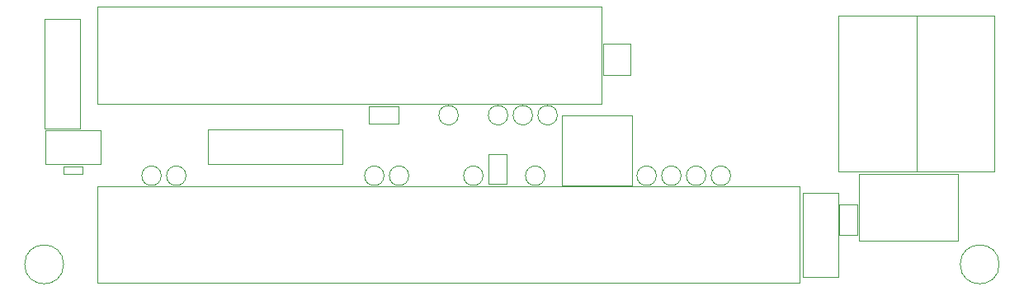
<source format=gbr>
G04 #@! TF.GenerationSoftware,KiCad,Pcbnew,(5.99.0-576-ga860ac506)*
G04 #@! TF.CreationDate,2020-08-23T19:59:58+02:00*
G04 #@! TF.ProjectId,50 pin to 34 pin Floppy Adapter,35302070-696e-4207-946f-203334207069,rev?*
G04 #@! TF.SameCoordinates,Original*
G04 #@! TF.FileFunction,Other,User*
%FSLAX46Y46*%
G04 Gerber Fmt 4.6, Leading zero omitted, Abs format (unit mm)*
G04 Created by KiCad (PCBNEW (5.99.0-576-ga860ac506)) date 2020-08-23 19:59:58*
%MOMM*%
%LPD*%
G04 APERTURE LIST*
%ADD10C,0.050000*%
G04 APERTURE END LIST*
D10*
X24000000Y-46500000D02*
G75*
G03*
X24000000Y-46500000I-2000000J0D01*
G01*
X120000000Y-46500000D02*
G75*
G03*
X120000000Y-46500000I-2000000J0D01*
G01*
X82172000Y-27063500D02*
X82172000Y-23863500D01*
X79372000Y-27063500D02*
X79372000Y-23863500D01*
X79372000Y-27063500D02*
X82172000Y-27063500D01*
X82172000Y-23863500D02*
X79372000Y-23863500D01*
X72120000Y-31178500D02*
G75*
G03*
X72120000Y-31178500I-1000000J0D01*
G01*
X99530000Y-38464000D02*
X99530000Y-48414000D01*
X99530000Y-48414000D02*
X27430000Y-48414000D01*
X27430000Y-48414000D02*
X27430000Y-38464000D01*
X27430000Y-38464000D02*
X99530000Y-38464000D01*
X27805500Y-32730500D02*
X22105500Y-32730500D01*
X27805500Y-36230500D02*
X27805500Y-32730500D01*
X22105500Y-36230500D02*
X27805500Y-36230500D01*
X22105500Y-32730500D02*
X22105500Y-36230500D01*
X25955500Y-37230000D02*
X23955500Y-37230000D01*
X25955500Y-37230000D02*
X25955500Y-36430000D01*
X23955500Y-36430000D02*
X23955500Y-37230000D01*
X23955500Y-36430000D02*
X25955500Y-36430000D01*
X38840000Y-32617000D02*
X38840000Y-36217000D01*
X52590000Y-32617000D02*
X38840000Y-32617000D01*
X52590000Y-36217000D02*
X52590000Y-32617000D01*
X38840000Y-36217000D02*
X52590000Y-36217000D01*
X67616500Y-38255500D02*
X67616500Y-35155500D01*
X67616500Y-38255500D02*
X69416500Y-38255500D01*
X69416500Y-35155500D02*
X67616500Y-35155500D01*
X69416500Y-35155500D02*
X69416500Y-38255500D01*
X55282500Y-30278500D02*
X58382500Y-30278500D01*
X55282500Y-30278500D02*
X55282500Y-32078500D01*
X58382500Y-32078500D02*
X58382500Y-30278500D01*
X58382500Y-32078500D02*
X55282500Y-32078500D01*
X105421000Y-40360000D02*
X105421000Y-43460000D01*
X105421000Y-40360000D02*
X103621000Y-40360000D01*
X103621000Y-43460000D02*
X105421000Y-43460000D01*
X103621000Y-43460000D02*
X103621000Y-40360000D01*
X111500000Y-36919500D02*
X119500000Y-36919500D01*
X119500000Y-20919500D02*
X119500000Y-36919500D01*
X111500000Y-20919500D02*
X119500000Y-20919500D01*
X111500000Y-36919500D02*
X111500000Y-20919500D01*
X103499000Y-36919500D02*
X111499000Y-36919500D01*
X111499000Y-20919500D02*
X111499000Y-36919500D01*
X103499000Y-20919500D02*
X111499000Y-20919500D01*
X103499000Y-36919500D02*
X103499000Y-20919500D01*
X105630500Y-37240000D02*
X105630500Y-44040000D01*
X115730500Y-44040000D02*
X115730500Y-37240000D01*
X115730500Y-37240000D02*
X105630500Y-37240000D01*
X115730500Y-44040000D02*
X105630500Y-44040000D01*
X75116750Y-38374750D02*
X82316750Y-38374750D01*
X75116750Y-31174750D02*
X82316750Y-31174750D01*
X75116750Y-38374750D02*
X75116750Y-31174750D01*
X82316750Y-38374750D02*
X82316750Y-31174750D01*
X79210000Y-20050000D02*
X79210000Y-30000000D01*
X79210000Y-30000000D02*
X27460000Y-30000000D01*
X27460000Y-30000000D02*
X27460000Y-20050000D01*
X27460000Y-20050000D02*
X79210000Y-20050000D01*
X22076000Y-32534000D02*
X25676000Y-32534000D01*
X22076000Y-21334000D02*
X22076000Y-32534000D01*
X25676000Y-21334000D02*
X22076000Y-21334000D01*
X25676000Y-32534000D02*
X25676000Y-21334000D01*
X34020000Y-37401500D02*
G75*
G03*
X34020000Y-37401500I-1000000J0D01*
G01*
X36560000Y-37401500D02*
G75*
G03*
X36560000Y-37401500I-1000000J0D01*
G01*
X56880000Y-37401500D02*
G75*
G03*
X56880000Y-37401500I-1000000J0D01*
G01*
X59420000Y-37401500D02*
G75*
G03*
X59420000Y-37401500I-1000000J0D01*
G01*
X67040000Y-37401500D02*
G75*
G03*
X67040000Y-37401500I-1000000J0D01*
G01*
X73390000Y-37401500D02*
G75*
G03*
X73390000Y-37401500I-1000000J0D01*
G01*
X84820000Y-37401500D02*
G75*
G03*
X84820000Y-37401500I-1000000J0D01*
G01*
X87360000Y-37401500D02*
G75*
G03*
X87360000Y-37401500I-1000000J0D01*
G01*
X89900000Y-37401500D02*
G75*
G03*
X89900000Y-37401500I-1000000J0D01*
G01*
X92440000Y-37401500D02*
G75*
G03*
X92440000Y-37401500I-1000000J0D01*
G01*
X64500000Y-31178500D02*
G75*
G03*
X64500000Y-31178500I-1000000J0D01*
G01*
X69580000Y-31178500D02*
G75*
G03*
X69580000Y-31178500I-1000000J0D01*
G01*
X74660000Y-31178500D02*
G75*
G03*
X74660000Y-31178500I-1000000J0D01*
G01*
X103463500Y-39157500D02*
X99863500Y-39157500D01*
X103463500Y-47807500D02*
X103463500Y-39157500D01*
X99863500Y-47807500D02*
X103463500Y-47807500D01*
X99863500Y-39157500D02*
X99863500Y-47807500D01*
M02*

</source>
